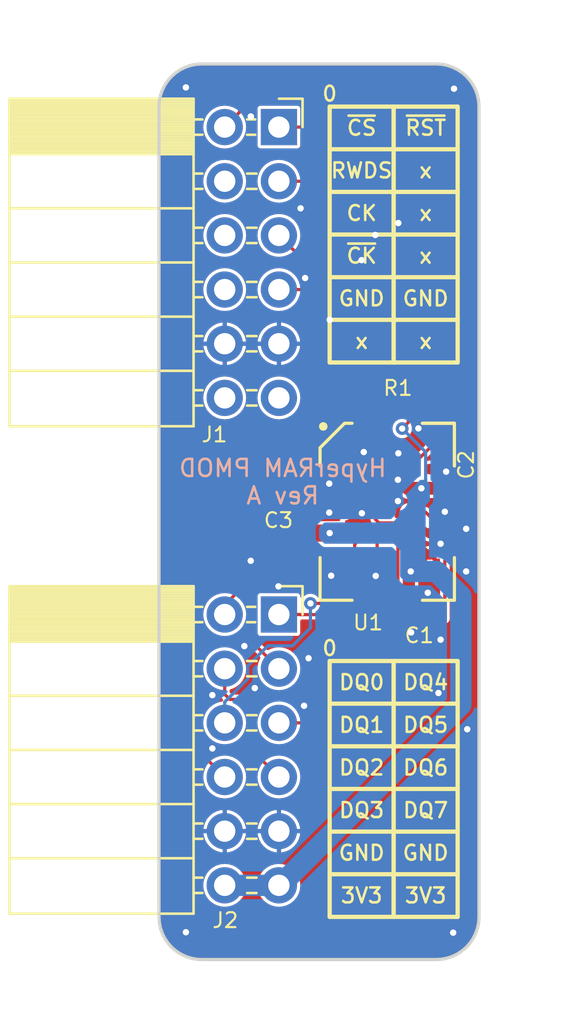
<source format=kicad_pcb>
(kicad_pcb (version 20221018) (generator pcbnew)
  (layers (0 "F.Cu" signal) (31 "B.Cu" signal) (34 "B.Paste" user) (35 "F.Paste" user) (36 "B.SilkS" user "B.Silkscreen") (37 "F.SilkS" user "F.Silkscreen") (38 "B.Mask" user) (39 "F.Mask" user) (44 "Edge.Cuts" user))
  (net 0 "")
  (net 1 "+3V3")
  (net 2 "GND")
  (net 3 "Net-(J1-Pad8)")
  (net 4 "/~{CS}")
  (net 5 "Net-(J1-Pad6)")
  (net 6 "/RWDS")
  (net 7 "Net-(J1-Pad4)")
  (net 8 "/CK")
  (net 9 "/~{RST}")
  (net 10 "/~{CK}")
  (net 11 "/DQ0")
  (net 12 "/DQ4")
  (net 13 "/DQ1")
  (net 14 "/DQ5")
  (net 15 "/DQ2")
  (net 16 "/DQ6")
  (net 17 "/DQ3")
  (net 18 "/DQ7")
  (footprint "Capacitor_SMD:C_0402_1005Metric" (layer "F.Cu") (at 143.45 78.5 -90)
    (fp_text reference "C2" (at -1.7 0.05 270) (layer "F.SilkS") (effects (font (size 0.7 0.7) (thickness 0.1))))
    (fp_text value "100n")
    (pad "1" smd roundrect (at -0.485 0 270) (size 0.59 0.64) (layers "F.Cu" "F.Paste" "F.Mask") (net 1 "+3V3"))
    (pad "2" smd roundrect (at 0.485 0 270) (size 0.59 0.64) (layers "F.Cu" "F.Paste" "F.Mask") (net 2 "GND"))
  )
  (footprint "Capacitor_SMD:C_0402_1005Metric" (layer "F.Cu") (at 135.95 79.5 90)
    (fp_text reference "C3" (at 0.1 -1.35 180) (layer "F.SilkS") (effects (font (size 0.7 0.7) (thickness 0.1))))
    (fp_text value "100n")
    (pad "1" smd roundrect (at -0.485 0 90) (size 0.59 0.64) (layers "F.Cu" "F.Paste" "F.Mask") (net 1 "+3V3"))
    (pad "2" smd roundrect (at 0.485 0 90) (size 0.59 0.64) (layers "F.Cu" "F.Paste" "F.Mask") (net 2 "GND"))
  )
  (footprint "Connector_PinSocket_2.54mm:PinSocket_2x06_P2.54mm_Horizontal" (layer "F.Cu") (at 134.62 60.96)
    (fp_text reference "J1" (at -3.02 14.42) (layer "F.SilkS") (effects (font (size 0.7 0.7) (thickness 0.1))))
    (fp_text value "2.54mm_2x6")
    (fp_line (start -12.63 -1.33) (end -12.63 14.03) (stroke (width 0.12)) (layer "F.SilkS"))
    (fp_line (start -12.63 -1.33) (end -4 -1.33) (stroke (width 0.12)) (layer "F.SilkS"))
    (fp_line (start -12.63 -1.21) (end -4 -1.21) (stroke (width 0.12)) (layer "F.SilkS"))
    (fp_line (start -12.63 -1.091905) (end -4 -1.091905) (stroke (width 0.12)) (layer "F.SilkS"))
    (fp_line (start -12.63 -0.97381) (end -4 -0.97381) (stroke (width 0.12)) (layer "F.SilkS"))
    (fp_line (start -12.63 -0.855715) (end -4 -0.855715) (stroke (width 0.12)) (layer "F.SilkS"))
    (fp_line (start -12.63 -0.73762) (end -4 -0.73762) (stroke (width 0.12)) (layer "F.SilkS"))
    (fp_line (start -12.63 -0.619525) (end -4 -0.619525) (stroke (width 0.12)) (layer "F.SilkS"))
    (fp_line (start -12.63 -0.50143) (end -4 -0.50143) (stroke (width 0.12)) (layer "F.SilkS"))
    (fp_line (start -12.63 -0.383335) (end -4 -0.383335) (stroke (width 0.12)) (layer "F.SilkS"))
    (fp_line (start -12.63 -0.26524) (end -4 -0.26524) (stroke (width 0.12)) (layer "F.SilkS"))
    (fp_line (start -12.63 -0.147145) (end -4 -0.147145) (stroke (width 0.12)) (layer "F.SilkS"))
    (fp_line (start -12.63 -0.02905) (end -4 -0.02905) (stroke (width 0.12)) (layer "F.SilkS"))
    (fp_line (start -12.63 0.089045) (end -4 0.089045) (stroke (width 0.12)) (layer "F.SilkS"))
    (fp_line (start -12.63 0.20714) (end -4 0.20714) (stroke (width 0.12)) (layer "F.SilkS"))
    (fp_line (start -12.63 0.325235) (end -4 0.325235) (stroke (width 0.12)) (layer "F.SilkS"))
    (fp_line (start -12.63 0.44333) (end -4 0.44333) (stroke (width 0.12)) (layer "F.SilkS"))
    (fp_line (start -12.63 0.561425) (end -4 0.561425) (stroke (width 0.12)) (layer "F.SilkS"))
    (fp_line (start -12.63 0.67952) (end -4 0.67952) (stroke (width 0.12)) (layer "F.SilkS"))
    (fp_line (start -12.63 0.797615) (end -4 0.797615) (stroke (width 0.12)) (layer "F.SilkS"))
    (fp_line (start -12.63 0.91571) (end -4 0.91571) (stroke (width 0.12)) (layer "F.SilkS"))
    (fp_line (start -12.63 1.033805) (end -4 1.033805) (stroke (width 0.12)) (layer "F.SilkS"))
    (fp_line (start -12.63 1.1519) (end -4 1.1519) (stroke (width 0.12)) (layer "F.SilkS"))
    (fp_line (start -12.63 1.27) (end -4 1.27) (stroke (width 0.12)) (layer "F.SilkS"))
    (fp_line (start -12.63 3.81) (end -4 3.81) (stroke (width 0.12)) (layer "F.SilkS"))
    (fp_line (start -12.63 6.35) (end -4 6.35) (stroke (width 0.12)) (layer "F.SilkS"))
    (fp_line (start -12.63 8.89) (end -4 8.89) (stroke (width 0.12)) (layer "F.SilkS"))
    (fp_line (start -12.63 11.43) (end -4 11.43) (stroke (width 0.12)) (layer "F.SilkS"))
    (fp_line (start -12.63 14.03) (end -4 14.03) (stroke (width 0.12)) (layer "F.SilkS"))
    (fp_line (start -4 -1.33) (end -4 14.03) (stroke (width 0.12)) (layer "F.SilkS"))
    (fp_line (start -4 -0.36) (end -3.59 -0.36) (stroke (width 0.12)) (layer "F.SilkS"))
    (fp_line (start -4 0.36) (end -3.59 0.36) (stroke (width 0.12)) (layer "F.SilkS"))
    (fp_line (start -4 2.18) (end -3.59 2.18) (stroke (width 0.12)) (layer "F.SilkS"))
    (fp_line (start -4 2.9) (end -3.59 2.9) (stroke (width 0.12)) (layer "F.SilkS"))
    (fp_line (start -4 4.72) (end -3.59 4.72) (stroke (width 0.12)) (layer "F.SilkS"))
    (fp_line (start -4 5.44) (end -3.59 5.44) (stroke (width 0.12)) (layer "F.SilkS"))
    (fp_line (start -4 7.26) (end -3.59 7.26) (stroke (width 0.12)) (layer "F.SilkS"))
    (fp_line (start -4 7.98) (end -3.59 7.98) (stroke (width 0.12)) (layer "F.SilkS"))
    (fp_line (start -4 9.8) (end -3.59 9.8) (stroke (width 0.12)) (layer "F.SilkS"))
    (fp_line (start -4 10.52) (end -3.59 10.52) (stroke (width 0.12)) (layer "F.SilkS"))
    (fp_line (start -4 12.34) (end -3.59 12.34) (stroke (width 0.12)) (layer "F.SilkS"))
    (fp_line (start -4 13.06) (end -3.59 13.06) (stroke (width 0.12)) (layer "F.SilkS"))
    (fp_line (start -1.49 -0.36) (end -1.11 -0.36) (stroke (width 0.12)) (layer "F.SilkS"))
    (fp_line (start -1.49 0.36) (end -1.11 0.36) (stroke (width 0.12)) (layer "F.SilkS"))
    (fp_line (start -1.49 2.18) (end -1.05 2.18) (stroke (width 0.12)) (layer "F.SilkS"))
    (fp_line (start -1.49 2.9) (end -1.05 2.9) (stroke (width 0.12)) (layer "F.SilkS"))
    (fp_line (start -1.49 4.72) (end -1.05 4.72) (stroke (width 0.12)) (layer "F.SilkS"))
    (fp_line (start -1.49 5.44) (end -1.05 5.44) (stroke (width 0.12)) (layer "F.SilkS"))
    (fp_line (start -1.49 7.26) (end -1.05 7.26) (stroke (width 0.12)) (layer "F.SilkS"))
    (fp_line (start -1.49 7.98) (end -1.05 7.98) (stroke (width 0.12)) (layer "F.SilkS"))
    (fp_line (start -1.49 9.8) (end -1.05 9.8) (stroke (width 0.12)) (layer "F.SilkS"))
    (fp_line (start -1.49 10.52) (end -1.05 10.52) (stroke (width 0.12)) (layer "F.SilkS"))
    (fp_line (start -1.49 12.34) (end -1.05 12.34) (stroke (width 0.12)) (layer "F.SilkS"))
    (fp_line (start -1.49 13.06) (end -1.05 13.06) (stroke (width 0.12)) (layer "F.SilkS"))
    (fp_line (start 0 -1.33) (end 1.11 -1.33) (stroke (width 0.12)) (layer "F.SilkS"))
    (fp_line (start 1.11 -1.33) (end 1.11 0) (stroke (width 0.12)) (layer "F.SilkS"))
    (pad "1" thru_hole rect (at 0 0) (size 1.7 1.7) (drill 1) (layers "*.Cu" "*.Mask") (net 4 "/~{CS}"))
    (pad "2" thru_hole oval (at -2.54 0) (size 1.7 1.7) (drill 1) (layers "*.Cu" "*.Mask") (net 9 "/~{RST}"))
    (pad "3" thru_hole oval (at 0 2.54) (size 1.7 1.7) (drill 1) (layers "*.Cu" "*.Mask") (net 6 "/RWDS"))
    (pad "4" thru_hole oval (at -2.54 2.54) (size 1.7 1.7) (drill 1) (layers "*.Cu" "*.Mask") (net 7 "Net-(J1-Pad4)"))
    (pad "5" thru_hole oval (at 0 5.08) (size 1.7 1.7) (drill 1) (layers "*.Cu" "*.Mask") (net 8 "/CK"))
    (pad "6" thru_hole oval (at -2.54 5.08) (size 1.7 1.7) (drill 1) (layers "*.Cu" "*.Mask") (net 5 "Net-(J1-Pad6)"))
    (pad "7" thru_hole oval (at 0 7.62) (size 1.7 1.7) (drill 1) (layers "*.Cu" "*.Mask") (net 10 "/~{CK}"))
    (pad "8" thru_hole oval (at -2.54 7.62) (size 1.7 1.7) (drill 1) (layers "*.Cu" "*.Mask") (net 3 "Net-(J1-Pad8)"))
    (pad "9" thru_hole oval (at 0 10.16) (size 1.7 1.7) (drill 1) (layers "*.Cu" "*.Mask") (net 2 "GND"))
    (pad "10" thru_hole oval (at -2.54 10.16) (size 1.7 1.7) (drill 1) (layers "*.Cu" "*.Mask") (net 2 "GND"))
    (pad "11" thru_hole oval (at 0 12.7) (size 1.7 1.7) (drill 1) (layers "*.Cu" "*.Mask") (net 1 "+3V3"))
    (pad "12" thru_hole oval (at -2.54 12.7) (size 1.7 1.7) (drill 1) (layers "*.Cu" "*.Mask") (net 1 "+3V3"))
  )
  (footprint "Connector_PinSocket_2.54mm:PinSocket_2x06_P2.54mm_Horizontal" (layer "F.Cu") (at 134.62 83.82)
    (fp_text reference "J2" (at -2.51 14.34) (layer "F.SilkS") (effects (font (size 0.7 0.7) (thickness 0.1))))
    (fp_text value "2.54mm_2x6")
    (fp_line (start -12.63 -1.33) (end -12.63 14.03) (stroke (width 0.12)) (layer "F.SilkS"))
    (fp_line (start -12.63 -1.33) (end -4 -1.33) (stroke (width 0.12)) (layer "F.SilkS"))
    (fp_line (start -12.63 -1.21) (end -4 -1.21) (stroke (width 0.12)) (layer "F.SilkS"))
    (fp_line (start -12.63 -1.091905) (end -4 -1.091905) (stroke (width 0.12)) (layer "F.SilkS"))
    (fp_line (start -12.63 -0.97381) (end -4 -0.97381) (stroke (width 0.12)) (layer "F.SilkS"))
    (fp_line (start -12.63 -0.855715) (end -4 -0.855715) (stroke (width 0.12)) (layer "F.SilkS"))
    (fp_line (start -12.63 -0.73762) (end -4 -0.73762) (stroke (width 0.12)) (layer "F.SilkS"))
    (fp_line (start -12.63 -0.619525) (end -4 -0.619525) (stroke (width 0.12)) (layer "F.SilkS"))
    (fp_line (start -12.63 -0.50143) (end -4 -0.50143) (stroke (width 0.12)) (layer "F.SilkS"))
    (fp_line (start -12.63 -0.383335) (end -4 -0.383335) (stroke (width 0.12)) (layer "F.SilkS"))
    (fp_line (start -12.63 -0.26524) (end -4 -0.26524) (stroke (width 0.12)) (layer "F.SilkS"))
    (fp_line (start -12.63 -0.147145) (end -4 -0.147145) (stroke (width 0.12)) (layer "F.SilkS"))
    (fp_line (start -12.63 -0.02905) (end -4 -0.02905) (stroke (width 0.12)) (layer "F.SilkS"))
    (fp_line (start -12.63 0.089045) (end -4 0.089045) (stroke (width 0.12)) (layer "F.SilkS"))
    (fp_line (start -12.63 0.20714) (end -4 0.20714) (stroke (width 0.12)) (layer "F.SilkS"))
    (fp_line (start -12.63 0.325235) (end -4 0.325235) (stroke (width 0.12)) (layer "F.SilkS"))
    (fp_line (start -12.63 0.44333) (end -4 0.44333) (stroke (width 0.12)) (layer "F.SilkS"))
    (fp_line (start -12.63 0.561425) (end -4 0.561425) (stroke (width 0.12)) (layer "F.SilkS"))
    (fp_line (start -12.63 0.67952) (end -4 0.67952) (stroke (width 0.12)) (layer "F.SilkS"))
    (fp_line (start -12.63 0.797615) (end -4 0.797615) (stroke (width 0.12)) (layer "F.SilkS"))
    (fp_line (start -12.63 0.91571) (end -4 0.91571) (stroke (width 0.12)) (layer "F.SilkS"))
    (fp_line (start -12.63 1.033805) (end -4 1.033805) (stroke (width 0.12)) (layer "F.SilkS"))
    (fp_line (start -12.63 1.1519) (end -4 1.1519) (stroke (width 0.12)) (layer "F.SilkS"))
    (fp_line (start -12.63 1.27) (end -4 1.27) (stroke (width 0.12)) (layer "F.SilkS"))
    (fp_line (start -12.63 3.81) (end -4 3.81) (stroke (width 0.12)) (layer "F.SilkS"))
    (fp_line (start -12.63 6.35) (end -4 6.35) (stroke (width 0.12)) (layer "F.SilkS"))
    (fp_line (start -12.63 8.89) (end -4 8.89) (stroke (width 0.12)) (layer "F.SilkS"))
    (fp_line (start -12.63 11.43) (end -4 11.43) (stroke (width 0.12)) (layer "F.SilkS"))
    (fp_line (start -12.63 14.03) (end -4 14.03) (stroke (width 0.12)) (layer "F.SilkS"))
    (fp_line (start -4 -1.33) (end -4 14.03) (stroke (width 0.12)) (layer "F.SilkS"))
    (fp_line (start -4 -0.36) (end -3.59 -0.36) (stroke (width 0.12)) (layer "F.SilkS"))
    (fp_line (start -4 0.36) (end -3.59 0.36) (stroke (width 0.12)) (layer "F.SilkS"))
    (fp_line (start -4 2.18) (end -3.59 2.18) (stroke (width 0.12)) (layer "F.SilkS"))
    (fp_line (start -4 2.9) (end -3.59 2.9) (stroke (width 0.12)) (layer "F.SilkS"))
    (fp_line (start -4 4.72) (end -3.59 4.72) (stroke (width 0.12)) (layer "F.SilkS"))
    (fp_line (start -4 5.44) (end -3.59 5.44) (stroke (width 0.12)) (layer "F.SilkS"))
    (fp_line (start -4 7.26) (end -3.59 7.26) (stroke (width 0.12)) (layer "F.SilkS"))
    (fp_line (start -4 7.98) (end -3.59 7.98) (stroke (width 0.12)) (layer "F.SilkS"))
    (fp_line (start -4 9.8) (end -3.59 9.8) (stroke (width 0.12)) (layer "F.SilkS"))
    (fp_line (start -4 10.52) (end -3.59 10.52) (stroke (width 0.12)) (layer "F.SilkS"))
    (fp_line (start -4 12.34) (end -3.59 12.34) (stroke (width 0.12)) (layer "F.SilkS"))
    (fp_line (start -4 13.06) (end -3.59 13.06) (stroke (width 0.12)) (layer "F.SilkS"))
    (fp_line (start -1.49 -0.36) (end -1.11 -0.36) (stroke (width 0.12)) (layer "F.SilkS"))
    (fp_line (start -1.49 0.36) (end -1.11 0.36) (stroke (width 0.12)) (layer "F.SilkS"))
    (fp_line (start -1.49 2.18) (end -1.05 2.18) (stroke (width 0.12)) (layer "F.SilkS"))
    (fp_line (start -1.49 2.9) (end -1.05 2.9) (stroke (width 0.12)) (layer "F.SilkS"))
    (fp_line (start -1.49 4.72) (end -1.05 4.72) (stroke (width 0.12)) (layer "F.SilkS"))
    (fp_line (start -1.49 5.44) (end -1.05 5.44) (stroke (width 0.12)) (layer "F.SilkS"))
    (fp_line (start -1.49 7.26) (end -1.05 7.26) (stroke (width 0.12)) (layer "F.SilkS"))
    (fp_line (start -1.49 7.98) (end -1.05 7.98) (stroke (width 0.12)) (layer "F.SilkS"))
    (fp_line (start -1.49 9.8) (end -1.05 9.8) (stroke (width 0.12)) (layer "F.SilkS"))
    (fp_line (start -1.49 10.52) (end -1.05 10.52) (stroke (width 0.12)) (layer "F.SilkS"))
    (fp_line (start -1.49 12.34) (end -1.05 12.34) (stroke (width 0.12)) (layer "F.SilkS"))
    (fp_line (start -1.49 13.06) (end -1.05 13.06) (stroke (width 0.12)) (layer "F.SilkS"))
    (fp_line (start 0 -1.33) (end 1.11 -1.33) (stroke (width 0.12)) (layer "F.SilkS"))
    (fp_line (start 1.11 -1.33) (end 1.11 0) (stroke (width 0.12)) (layer "F.SilkS"))
    (pad "1" thru_hole rect (at 0 0) (size 1.7 1.7) (drill 1) (layers "*.Cu" "*.Mask") (net 11 "/DQ0"))
    (pad "2" thru_hole oval (at -2.54 0) (size 1.7 1.7) (drill 1) (layers "*.Cu" "*.Mask") (net 12 "/DQ4"))
    (pad "3" thru_hole oval (at 0 2.54) (size 1.7 1.7) (drill 1) (layers "*.Cu" "*.Mask") (net 13 "/DQ1"))
    (pad "4" thru_hole oval (at -2.54 2.54) (size 1.7 1.7) (drill 1) (layers "*.Cu" "*.Mask") (net 14 "/DQ5"))
    (pad "5" thru_hole oval (at 0 5.08) (size 1.7 1.7) (drill 1) (layers "*.Cu" "*.Mask") (net 15 "/DQ2"))
    (pad "6" thru_hole oval (at -2.54 5.08) (size 1.7 1.7) (drill 1) (layers "*.Cu" "*.Mask") (net 16 "/DQ6"))
    (pad "7" thru_hole oval (at 0 7.62) (size 1.7 1.7) (drill 1) (layers "*.Cu" "*.Mask") (net 17 "/DQ3"))
    (pad "8" thru_hole oval (at -2.54 7.62) (size 1.7 1.7) (drill 1) (layers "*.Cu" "*.Mask") (net 18 "/DQ7"))
    (pad "9" thru_hole oval (at 0 10.16) (size 1.7 1.7) (drill 1) (layers "*.Cu" "*.Mask") (net 2 "GND"))
    (pad "10" thru_hole oval (at -2.54 10.16) (size 1.7 1.7) (drill 1) (layers "*.Cu" "*.Mask") (net 2 "GND"))
    (pad "11" thru_hole oval (at 0 12.7) (size 1.7 1.7) (drill 1) (layers "*.Cu" "*.Mask") (net 1 "+3V3"))
    (pad "12" thru_hole oval (at -2.54 12.7) (size 1.7 1.7) (drill 1) (layers "*.Cu" "*.Mask") (net 1 "+3V3"))
  )
  (footprint "Resistor_SMD:R_0402_1005Metric" (layer "F.Cu") (at 140.2 74.2 180)
    (fp_text reference "R1" (at 0 1 180) (layer "F.SilkS") (effects (font (size 0.7 0.7) (thickness 0.1))))
    (fp_text value "4k7")
    (pad "1" smd roundrect (at -0.485 0 180) (size 0.59 0.64) (layers "F.Cu" "F.Paste" "F.Mask") (net 1 "+3V3"))
    (pad "2" smd roundrect (at 0.485 0 180) (size 0.59 0.64) (layers "F.Cu" "F.Paste" "F.Mask") (net 4 "/~{CS}"))
  )
  (footprint "picodvi:S70KS128" (layer "F.Cu") (at 139.7 79)
    (fp_text reference "U1" (at -0.9 5.2) (layer "F.SilkS") (effects (font (size 0.7 0.7) (thickness 0.1))))
    (fp_text value "S70KS128")
    (fp_line (start -3.15 -3) (end -3.15 -2.15) (stroke (width 0.15)) (layer "F.SilkS"))
    (fp_line (start -3.15 4.15) (end -3.15 2.15) (stroke (width 0.15)) (layer "F.SilkS"))
    (fp_line (start -2 -4.15) (end -3.15 -3) (stroke (width 0.15)) (layer "F.SilkS"))
    (fp_line (start -1.65 -4.15) (end -2 -4.15) (stroke (width 0.15)) (layer "F.SilkS"))
    (fp_line (start -1.65 4.15) (end -3.15 4.15) (stroke (width 0.15)) (layer "F.SilkS"))
    (fp_line (start 1.65 -4.15) (end 3.15 -4.15) (stroke (width 0.15)) (layer "F.SilkS"))
    (fp_line (start 1.65 -4.15) (end 3.15 -4.15) (stroke (width 0.15)) (layer "F.SilkS"))
    (fp_line (start 1.65 -4.15) (end 3.15 -4.15) (stroke (width 0.15)) (layer "F.SilkS"))
    (fp_line (start 1.65 4.15) (end 3.15 4.15) (stroke (width 0.15)) (layer "F.SilkS"))
    (fp_line (start 3.15 -4.15) (end 3.15 -2.15) (stroke (width 0.15)) (layer "F.SilkS"))
    (fp_line (start 3.15 -4.15) (end 3.15 -2.15) (stroke (width 0.15)) (layer "F.SilkS"))
    (fp_line (start 3.15 -4.15) (end 3.15 -2.15) (stroke (width 0.15)) (layer "F.SilkS"))
    (fp_line (start 3.15 4.15) (end 3.15 2.15) (stroke (width 0.15)) (layer "F.SilkS"))
    (fp_circle (center -3 -4) (end -3 -3.9) (stroke (width 0.2)) (fill none) (layer "F.SilkS"))
    (pad "A2" smd circle (at -1 -2) (size 0.5 0.5) (layers "F.Cu" "F.Paste" "F.Mask"))
    (pad "A3" smd circle (at 0 -2) (size 0.5 0.5) (layers "F.Cu" "F.Paste" "F.Mask") (net 4 "/~{CS}"))
    (pad "A4" smd circle (at 1 -2) (size 0.5 0.5) (layers "F.Cu" "F.Paste" "F.Mask") (net 9 "/~{RST}"))
    (pad "A5" smd circle (at 2 -2) (size 0.5 0.5) (layers "F.Cu" "F.Paste" "F.Mask"))
    (pad "B1" smd circle (at -2 -1) (size 0.5 0.5) (layers "F.Cu" "F.Paste" "F.Mask") (net 10 "/~{CK}"))
    (pad "B2" smd circle (at -1 -1) (size 0.5 0.5) (layers "F.Cu" "F.Paste" "F.Mask") (net 8 "/CK"))
    (pad "B3" smd circle (at 0 -1) (size 0.5 0.5) (layers "F.Cu" "F.Paste" "F.Mask") (net 2 "GND"))
    (pad "B4" smd circle (at 1 -1) (size 0.5 0.5) (layers "F.Cu" "F.Paste" "F.Mask") (net 1 "+3V3"))
    (pad "C1" smd circle (at -2 0) (size 0.5 0.5) (layers "F.Cu" "F.Paste" "F.Mask") (net 2 "GND"))
    (pad "C3" smd circle (at 0 0) (size 0.5 0.5) (layers "F.Cu" "F.Paste" "F.Mask") (net 6 "/RWDS"))
    (pad "C4" smd circle (at 1 0) (size 0.5 0.5) (layers "F.Cu" "F.Paste" "F.Mask") (net 15 "/DQ2"))
    (pad "D1" smd circle (at -2 1) (size 0.5 0.5) (layers "F.Cu" "F.Paste" "F.Mask") (net 1 "+3V3"))
    (pad "D2" smd circle (at -1 1) (size 0.5 0.5) (layers "F.Cu" "F.Paste" "F.Mask") (net 13 "/DQ1"))
    (pad "D3" smd circle (at 0 1) (size 0.5 0.5) (layers "F.Cu" "F.Paste" "F.Mask") (net 11 "/DQ0"))
    (pad "D4" smd circle (at 1 1) (size 0.5 0.5) (layers "F.Cu" "F.Paste" "F.Mask") (net 17 "/DQ3"))
    (pad "D5" smd circle (at 2 1) (size 0.5 0.5) (layers "F.Cu" "F.Paste" "F.Mask") (net 12 "/DQ4"))
    (pad "E1" smd circle (at -2 2) (size 0.5 0.5) (layers "F.Cu" "F.Paste" "F.Mask") (net 18 "/DQ7"))
    (pad "E2" smd circle (at -1 2) (size 0.5 0.5) (layers "F.Cu" "F.Paste" "F.Mask") (net 16 "/DQ6"))
    (pad "E3" smd circle (at 0 2) (size 0.5 0.5) (layers "F.Cu" "F.Paste" "F.Mask") (net 14 "/DQ5"))
    (pad "E4" smd circle (at 1 2) (size 0.5 0.5) (layers "F.Cu" "F.Paste" "F.Mask") (net 1 "+3V3"))
    (pad "E5" smd circle (at 2 2) (size 0.5 0.5) (layers "F.Cu" "F.Paste" "F.Mask") (net 2 "GND"))
  )
  (footprint "Capacitor_SMD:C_0402_1005Metric" (layer "F.Cu") (at 141.15 83.75)
    (fp_text reference "C1" (at 0.05 1.05) (layer "F.SilkS") (effects (font (size 0.7 0.7) (thickness 0.1))))
    (fp_text value "100n")
    (pad "1" smd roundrect (at -0.485 0) (size 0.59 0.64) (layers "F.Cu" "F.Paste" "F.Mask") (net 1 "+3V3"))
    (pad "2" smd roundrect (at 0.485 0) (size 0.59 0.64) (layers "F.Cu" "F.Paste" "F.Mask") (net 2 "GND"))
  )
  (gr_line (start 140 90) (end 143 90) (stroke (width 0.2)) (layer "F.SilkS"))
  (gr_line (start 140 94) (end 143 94) (stroke (width 0.2)) (layer "F.SilkS"))
  (gr_line (start 140 88) (end 143 88) (stroke (width 0.2)) (layer "F.SilkS"))
  (gr_line (start 143 86) (end 143 98) (stroke (width 0.2)) (layer "F.SilkS"))
  (gr_line (start 140 96) (end 143 96) (stroke (width 0.2)) (layer "F.SilkS"))
  (gr_line (start 140 98) (end 140 86) (stroke (width 0.2)) (layer "F.SilkS"))
  (gr_line (start 143 98) (end 140 98) (stroke (width 0.2)) (layer "F.SilkS"))
  (gr_line (start 140 86) (end 143 86) (stroke (width 0.2)) (layer "F.SilkS"))
  (gr_line (start 143 92) (end 140 92) (stroke (width 0.2)) (layer "F.SilkS"))
  (gr_line (start 140 60) (end 143 60) (stroke (width 0.2)) (layer "F.SilkS"))
  (gr_line (start 137 64) (end 140 64) (stroke (width 0.2)) (layer "F.SilkS"))
  (gr_line (start 140 70) (end 143 70) (stroke (width 0.2)) (layer "F.SilkS"))
  (gr_line (start 143 72) (end 140 72) (stroke (width 0.2)) (layer "F.SilkS"))
  (gr_line (start 143 66) (end 140 66) (stroke (width 0.2)) (layer "F.SilkS"))
  (gr_line (start 140 64) (end 143 64) (stroke (width 0.2)) (layer "F.SilkS"))
  (gr_line (start 137 68) (end 140 68) (stroke (width 0.2)) (layer "F.SilkS"))
  (gr_line (start 137 62) (end 140 62) (stroke (width 0.2)) (layer "F.SilkS"))
  (gr_line (start 140 62) (end 143 62) (stroke (width 0.2)) (layer "F.SilkS"))
  (gr_line (start 143 60) (end 143 72) (stroke (width 0.2)) (layer "F.SilkS"))
  (gr_line (start 140 60) (end 140 72) (stroke (width 0.2)) (layer "F.SilkS"))
  (gr_line (start 137 70) (end 140 70) (stroke (width 0.2)) (layer "F.SilkS"))
  (gr_line (start 137 72) (end 137 60) (stroke (width 0.2)) (layer "F.SilkS"))
  (gr_line (start 140 68) (end 143 68) (stroke (width 0.2)) (layer "F.SilkS"))
  (gr_line (start 140 72) (end 137 72) (stroke (width 0.2)) (layer "F.SilkS"))
  (gr_line (start 137 60) (end 140 60) (stroke (width 0.2)) (layer "F.SilkS"))
  (gr_line (start 140 66) (end 137 66) (stroke (width 0.2)) (layer "F.SilkS"))
  (gr_line (start 140 72) (end 140 60) (stroke (width 0.2)) (layer "F.SilkS"))
  (gr_line (start 137 90) (end 140 90) (stroke (width 0.2)) (layer "F.SilkS"))
  (gr_line (start 137 88) (end 140 88) (stroke (width 0.2)) (layer "F.SilkS"))
  (gr_line (start 140 92) (end 137 92) (stroke (width 0.2)) (layer "F.SilkS"))
  (gr_line (start 137 98) (end 137 86) (stroke (width 0.2)) (layer "F.SilkS"))
  (gr_line (start 137 94) (end 140 94) (stroke (width 0.2)) (layer "F.SilkS"))
  (gr_line (start 137 96) (end 140 96) (stroke (width 0.2)) (layer "F.SilkS"))
  (gr_line (start 140 86) (end 140 98) (stroke (width 0.2)) (layer "F.SilkS"))
  (gr_line (start 140 98) (end 137 98) (stroke (width 0.2)) (layer "F.SilkS"))
  (gr_line (start 137 86) (end 140 86) (stroke (width 0.2)) (layer "F.SilkS"))
  (gr_line (start 142 100) (end 131 100) (stroke (width 0.15)) (layer "Edge.Cuts"))
  (gr_line (start 131 58) (end 142 58) (stroke (width 0.15)) (layer "Edge.Cuts"))
  (gr_arc (start 129 60) (mid 129.585786 58.585786) (end 131 58) (stroke (width 0.15)) (layer "Edge.Cuts"))
  (gr_arc (start 144 98) (mid 143.414214 99.414214) (end 142 100) (stroke (width 0.15)) (layer "Edge.Cuts"))
  (gr_line (start 144 60) (end 144 98) (stroke (width 0.15)) (layer "Edge.Cuts"))
  (gr_arc (start 142 58) (mid 143.414214 58.585786) (end 144 60) (stroke (width 0.15)) (layer "Edge.Cuts"))
  (gr_line (start 129 98) (end 129 60) (stroke (width 0.15)) (layer "Edge.Cuts"))
  (gr_arc (start 131 100) (mid 129.585786 99.414214) (end 129 98) (stroke (width 0.15)) (layer "Edge.Cuts"))
  (gr_text "HyperRAM PMOD\nRev A" (at 134.8 77.6) (layer "B.SilkS") (effects (font (size 0.8 0.8) (thickness 0.12)) (justify mirror)))
  (gr_text "DQ2" (at 138.5 91) (layer "F.SilkS") (effects (font (size 0.7 0.7) (thickness 0.12))))
  (gr_text "DQ3" (at 138.5 93) (layer "F.SilkS") (effects (font (size 0.7 0.7) (thickness 0.12))))
  (gr_text "GND" (at 138.5 95) (layer "F.SilkS") (effects (font (size 0.7 0.7) (thickness 0.12))))
  (gr_text "3V3" (at 138.5 97) (layer "F.SilkS") (effects (font (size 0.7 0.7) (thickness 0.12))))
  (gr_text "DQ0" (at 138.5 87) (layer "F.SilkS") (effects (font (size 0.7 0.7) (thickness 0.12))))
  (gr_text "DQ6" (at 141.5 91) (layer "F.SilkS") (effects (font (size 0.7 0.7) (thickness 0.12))))
  (gr_text "DQ5" (at 141.5 89) (layer "F.SilkS") (effects (font (size 0.7 0.7) (thickness 0.12))))
  (gr_text "3V3\n" (at 141.5 97) (layer "F.SilkS") (effects (font (size 0.7 0.7) (thickness 0.12))))
  (gr_text "DQ4" (at 141.5 87) (layer "F.SilkS") (effects (font (size 0.7 0.7) (thickness 0.12))))
  (gr_text "DQ7" (at 141.5 93) (layer "F.SilkS") (effects (font (size 0.7 0.7) (thickness 0.12))))
  (gr_text "GND" (at 141.5 95) (layer "F.SilkS") (effects (font (size 0.7 0.7) (thickness 0.12))))
  (gr_text "CK" (at 138.5 65) (layer "F.SilkS") (effects (font (size 0.7 0.7) (thickness 0.12))))
  (gr_text "RWDS" (at 138.5 63) (layer "F.SilkS") (effects (font (size 0.7 0.7) (thickness 0.12))))
  (gr_text "x" (at 141.5 63) (layer "F.SilkS") (effects (font (size 0.7 0.7) (thickness 0.12))))
  (gr_text "x" (at 141.5 67) (layer "F.SilkS") (effects (font (size 0.7 0.7) (thickness 0.12))))
  (gr_text "x" (at 138.5 71) (layer "F.SilkS") (effects (font (size 0.7 0.7) (thickness 0.12))))
  (gr_text "~{CS}" (at 138.5 61) (layer "F.SilkS") (effects (font (size 0.7 0.7) (thickness 0.12))))
  (gr_text "~{CK}" (at 138.5 67) (layer "F.SilkS") (effects (font (size 0.7 0.7) (thickness 0.12))))
  (gr_text "x" (at 141.5 71) (layer "F.SilkS") (effects (font (size 0.7 0.7) (thickness 0.12))))
  (gr_text "GND" (at 141.5 69) (layer "F.SilkS") (effects (font (size 0.7 0.7) (thickness 0.12))))
  (gr_text "x" (at 141.5 65) (layer "F.SilkS") (effects (font (size 0.7 0.7) (thickness 0.12))))
  (gr_text "GND" (at 138.5 69) (layer "F.SilkS") (effects (font (size 0.7 0.7) (thickness 0.12))))
  (gr_text "~{RST}\n" (at 141.5 61) (layer "F.SilkS") (effects (font (size 0.7 0.7) (thickness 0.12))))
  (gr_text "0" (at 137 85.4) (layer "F.SilkS") (effects (font (size 0.7 0.7) (thickness 0.12))))
  (gr_text "0" (at 137 59.4) (layer "F.SilkS") (effects (font (size 0.7 0.7) (thickness 0.12))))
  (gr_text "DQ1" (at 138.5 89) (layer "F.SilkS") (effects (font (size 0.7 0.7) (thickness 0.12))))
  (segment (start 140.685 74.2) (end 140.685 74.814996) (width 0.15) (layer "F.Cu") (net 1))
  (segment (start 140.685 74.814996) (end 140.399996 75.1) (width 0.15) (layer "F.Cu") (net 1))
  (via (at 140.8 81.8) (size 0.6) (drill 0.3) (layers "F.Cu" "B.Cu") (net 1))
  (via (at 137 80) (size 0.6) (drill 0.3) (layers "F.Cu" "B.Cu") (net 1))
  (via (at 140.399996 75.1) (size 0.6) (drill 0.3) (layers "F.Cu" "B.Cu") (net 1))
  (via (at 141.3 77.9) (size 0.6) (drill 0.3) (layers "F.Cu" "B.Cu") (net 1))
  (segment (start 132.08 96.52) (end 134.62 96.52) (width 1) (layer "B.Cu") (net 1))
  (segment (start 141.5 76.200004) (end 140.699995 75.399999) (width 0.15) (layer "B.Cu") (net 1))
  (segment (start 141.5 77.9) (end 141.5 76.200004) (width 0.15) (layer "B.Cu") (net 1))
  (segment (start 143.15 82.95) (end 142 81.8) (width 1) (layer "B.Cu") (net 1))
  (segment (start 134.62 96.52) (end 134.68 96.52) (width 1) (layer "B.Cu") (net 1))
  (segment (start 140.699995 75.399999) (end 140.399996 75.1) (width 0.15) (layer "B.Cu") (net 1))
  (segment (start 141.6 78) (end 141.5 77.9) (width 0.15) (layer "B.Cu") (net 1))
  (segment (start 134.68 96.52) (end 143.15 88.05) (width 1) (layer "B.Cu") (net 1))
  (segment (start 143.15 88.05) (end 143.15 82.95) (width 1) (layer "B.Cu") (net 1))
  (segment (start 142 81.8) (end 140.8 81.8) (width 1) (layer "B.Cu") (net 1))
  (segment (start 135.95 79.015) (end 137.685 79.015) (width 0.5) (layer "F.Cu") (net 2))
  (segment (start 137.7 79) (end 138.44 79) (width 0.3) (layer "F.Cu") (net 2))
  (segment (start 137.685 79.015) (end 137.7 79) (width 0.5) (layer "F.Cu") (net 2))
  (segment (start 138.44 79) (end 138.51 79.07) (width 0.3) (layer "F.Cu") (net 2))
  (via (at 143.4 79.8) (size 0.6) (drill 0.3) (layers "F.Cu" "B.Cu") (net 2))
  (via (at 142.4 79) (size 0.6) (drill 0.3) (layers "F.Cu" "B.Cu") (net 2))
  (via (at 140.2 77.5) (size 0.6) (drill 0.3) (layers "F.Cu" "B.Cu") (net 2))
  (via (at 140.2 78.5) (size 0.6) (drill 0.3) (layers "F.Cu" "B.Cu") (net 2))
  (via (at 135.8 88.1) (size 0.6) (drill 0.3) (layers "F.Cu" "B.Cu") (net 2))
  (via (at 131.5 90.1) (size 0.6) (drill 0.3) (layers "F.Cu" "B.Cu") (net 2))
  (via (at 131.5 87.6) (size 0.6) (drill 0.3) (layers "F.Cu" "B.Cu") (net 2))
  (via (at 133 85.3) (size 0.6) (drill 0.3) (layers "F.Cu" "B.Cu") (net 2))
  (via (at 140.82 84.66) (size 0.6) (drill 0.3) (layers "F.Cu" "B.Cu") (net 2))
  (via (at 136.98 79.04) (size 0.6) (drill 0.3) (layers "F.Cu" "B.Cu") (net 2))
  (via (at 138.6 76.2) (size 0.6) (drill 0.3) (layers "F.Cu" "B.Cu") (net 2))
  (via (at 136.98 77.68) (size 0.6) (drill 0.3) (layers "F.Cu" "B.Cu") (net 2))
  (via (at 140.22 76.26) (size 0.6) (drill 0.3) (layers "F.Cu" "B.Cu") (net 2))
  (via (at 140.22 65.46) (size 0.6) (drill 0.3) (layers "F.Cu" "B.Cu") (net 2))
  (via (at 139.14 66.02) (size 0.6) (drill 0.3) (layers "F.Cu" "B.Cu") (net 2))
  (via (at 135.85 68.04) (size 0.6) (drill 0.3) (layers "F.Cu" "B.Cu") (net 2))
  (via (at 133.31 60.47) (size 0.6) (drill 0.3) (layers "F.Cu" "B.Cu") (net 2))
  (via (at 133.3 60.46) (size 0.6) (drill 0.3) (layers "F.Cu" "B.Cu") (net 2))
  (via (at 134.6 82.5) (size 0.6) (drill 0.3) (layers "F.Cu" "B.Cu") (net 2))
  (via (at 137.07 82) (size 0.6) (drill 0.3) (layers "F.Cu" "B.Cu") (net 2))
  (via (at 139.16 82.01) (size 0.6) (drill 0.3) (layers "F.Cu" "B.Cu") (net 2))
  (via (at 136.01 85.87) (size 0.6) (drill 0.3) (layers "F.Cu" "B.Cu") (net 2))
  (via (at 135.636 64.77) (size 0.6) (drill 0.3) (layers "F.Cu" "B.Cu") (net 2))
  (via (at 143.45 89.2) (size 0.6) (drill 0.3) (layers "F.Cu" "B.Cu") (net 2))
  (via (at 142.1 87.5) (size 0.6) (drill 0.3) (layers "F.Cu" "B.Cu") (net 2))
  (via (at 142.79 98.74) (size 0.6) (drill 0.3) (layers "F.Cu" "B.Cu") (net 2))
  (via (at 130.26 98.72) (size 0.6) (drill 0.3) (layers "F.Cu" "B.Cu") (net 2))
  (via (at 130.26 59.1) (size 0.6) (drill 0.3) (layers "F.Cu" "B.Cu") (net 2))
  (via (at 142.83 59.16) (size 0.6) (drill 0.3) (layers "F.Cu" "B.Cu") (net 2))
  (via (at 142.46 77.12) (size 0.6) (drill 0.3) (layers "F.Cu" "B.Cu") (net 2))
  (via (at 138.51 79.07) (size 0.6) (drill 0.3) (layers "F.Cu" "B.Cu") (net 2))
  (via (at 138.5 67.2) (size 0.6) (drill 0.3) (layers "F.Cu" "B.Cu") (net 2))
  (via (at 137 70) (size 0.6) (drill 0.3) (layers "F.Cu" "B.Cu") (net 2))
  (via (at 133.3 81.3) (size 0.6) (drill 0.3) (layers "F.Cu" "B.Cu") (net 2))
  (via (at 141.16 75.09) (size 0.6) (drill 0.3) (layers "F.Cu" "B.Cu") (net 2))
  (via (at 142.2 80.5) (size 0.6) (drill 0.3) (layers "F.Cu" "B.Cu") (net 2))
  (via (at 143.4 81.8) (size 0.6) (drill 0.3) (layers "F.Cu" "B.Cu") (net 2))
  (via (at 142.2 85) (size 0.6) (drill 0.3) (layers "F.Cu" "B.Cu") (net 2))
  (via (at 141.6 82.8) (size 0.6) (drill 0.3) (layers "F.Cu" "B.Cu") (net 2))
  (via (at 133.49 87.27) (size 0.6) (drill 0.3) (layers "F.Cu" "B.Cu") (net 2))
  (segment (start 139.694999 76.512001) (end 139.694999 76.007999) (width 0.15) (layer "F.Cu") (net 4))
  (segment (start 139.7 64.7) (end 135.96 60.96) (width 0.15) (layer "F.Cu") (net 4))
  (segment (start 139.7 76.002998) (end 139.7 65.717002) (width 0.15) (layer "F.Cu") (net 4))
  (segment (start 139.7 65.717002) (end 139.694999 65.712001) (width 0.15) (layer "F.Cu") (net 4))
  (segment (start 139.7 65.202998) (end 139.7 64.7) (width 0.15) (layer "F.Cu") (net 4))
  (segment (start 139.7 76.517002) (end 139.694999 76.512001) (width 0.15) (layer "F.Cu") (net 4))
  (segment (start 139.7 77) (end 139.7 76.517002) (width 0.15) (layer "F.Cu") (net 4))
  (segment (start 139.694999 76.007999) (end 139.7 76.002998) (width 0.15) (layer "F.Cu") (net 4))
  (segment (start 135.96 60.96) (end 134.62 60.96) (width 0.15) (layer "F.Cu") (net 4))
  (segment (start 139.694999 65.712001) (end 139.694999 65.207999) (width 0.15) (layer "F.Cu") (net 4))
  (segment (start 139.694999 65.207999) (end 139.7 65.202998) (width 0.15) (layer "F.Cu") (net 4))
  (segment (start 139.175001 78.475001) (end 139.450001 78.750001) (width 0.15) (layer "F.Cu") (net 6))
  (segment (start 135.822081 63.5) (end 139.175001 66.85292) (width 0.15) (layer "F.Cu") (net 6))
  (segment (start 139.175001 66.85292) (end 139.175001 78.475001) (width 0.15) (layer "F.Cu") (net 6))
  (segment (start 134.62 63.5) (end 135.822081 63.5) (width 0.15) (layer "F.Cu") (net 6))
  (segment (start 139.450001 78.750001) (end 139.7 79) (width 0.15) (layer "F.Cu") (net 6))
  (segment (start 138 69.42) (end 138 77.3) (width 0.15) (layer "F.Cu") (net 8))
  (segment (start 138 77.3) (end 138.450001 77.750001) (width 0.15) (layer "F.Cu") (net 8))
  (segment (start 134.62 66.04) (end 138 69.42) (width 0.15) (layer "F.Cu") (net 8))
  (segment (start 138.450001 77.750001) (end 138.7 78) (width 0.15) (layer "F.Cu") (net 8))
  (segment (start 141.7 76) (end 140.7 77) (width 0.15) (layer "F.Cu") (net 9))
  (segment (start 133.047999 59.934999) (end 133.105001 59.934999) (width 0.15) (layer "F.Cu") (net 9))
  (segment (start 133.105001 59.934999) (end 133.155001 59.884999) (width 0.15) (layer "F.Cu") (net 9))
  (segment (start 133.155001 59.884999) (end 135.644999 59.884999) (width 0.15) (layer "F.Cu") (net 9))
  (segment (start 132.08 60.96) (end 132.774999 60.265001) (width 0.15) (layer "F.Cu") (net 9))
  (segment (start 141.7 65.94) (end 141.7 76) (width 0.15) (layer "F.Cu") (net 9))
  (segment (start 132.774999 60.207999) (end 133.047999 59.934999) (width 0.15) (layer "F.Cu") (net 9))
  (segment (start 132.774999 60.265001) (end 132.774999 60.207999) (width 0.15) (layer "F.Cu") (net 9))
  (segment (start 135.644999 59.884999) (end 141.7 65.94) (width 0.15) (layer "F.Cu") (net 9))
  (segment (start 134.62 68.58) (end 136.58 68.58) (width 0.15) (layer "F.Cu") (net 10))
  (segment (start 136.58 68.58) (end 137.7 69.7) (width 0.15) (layer "F.Cu") (net 10))
  (segment (start 137.7 69.7) (end 137.7 78) (width 0.15) (layer "F.Cu") (net 10))
  (segment (start 135.625002 83.825002) (end 135.62 83.82) (width 0.15) (layer "F.Cu") (net 11))
  (segment (start 135.62 83.82) (end 134.62 83.82) (width 0.15) (layer "F.Cu") (net 11))
  (segment (start 139.224999 81.178003) (end 136.578 83.825002) (width 0.15) (layer "F.Cu") (net 11))
  (segment (start 136.578 83.825002) (end 135.625002 83.825002) (width 0.15) (layer "F.Cu") (net 11))
  (segment (start 139.224999 80.475001) (end 139.224999 81.178003) (width 0.15) (layer "F.Cu") (net 11))
  (segment (start 139.7 80) (end 139.224999 80.475001) (width 0.15) (layer "F.Cu") (net 11))
  (segment (start 135.6232 78.49499) (end 138.72499 78.49499) (width 0.15) (layer "F.Cu") (net 12))
  (segment (start 141.224999 79.524999) (end 141.7 80) (width 0.15) (layer "F.Cu") (net 12))
  (segment (start 139.314999 79.524999) (end 141.224999 79.524999) (width 0.15) (layer "F.Cu") (net 12))
  (segment (start 132.08 83.82) (end 132.08 83.37) (width 0.15) (layer "F.Cu") (net 12))
  (segment (start 134.8 80.65) (end 134.8 79.31819) (width 0.15) (layer "F.Cu") (net 12))
  (segment (start 139.14 78.91) (end 139.14 79.35) (width 0.15) (layer "F.Cu") (net 12))
  (segment (start 139.14 79.35) (end 139.314999 79.524999) (width 0.15) (layer "F.Cu") (net 12))
  (segment (start 132.08 83.37) (end 134.8 80.65) (width 0.15) (layer "F.Cu") (net 12))
  (segment (start 134.8 79.31819) (end 135.6232 78.49499) (width 0.15) (layer "F.Cu") (net 12))
  (segment (start 138.72499 78.49499) (end 139.14 78.91) (width 0.15) (layer "F.Cu") (net 12))
  (segment (start 138.175001 80.524999) (end 138.175001 81.228001) (width 0.15) (layer "F.Cu") (net 13))
  (segment (start 133.770001 85.510001) (end 134.62 86.36) (width 0.15) (layer "F.Cu") (net 13))
  (segment (start 138.7 80) (end 138.175001 80.524999) (width 0.15) (layer "F.Cu") (net 13))
  (segment (start 138.175001 81.228001) (end 137.928001 81.475001) (width 0.15) (layer "F.Cu") (net 13))
  (segment (start 133.544999 85.284999) (end 133.770001 85.510001) (width 0.15) (layer "F.Cu") (net 13))
  (segment (start 133.544999 82.789999) (end 133.544999 85.284999) (width 0.15) (layer "F.Cu") (net 13))
  (segment (start 134.859997 81.475001) (end 133.544999 82.789999) (width 0.15) (layer "F.Cu") (net 13))
  (segment (start 137.928001 81.475001) (end 134.859997 81.475001) (width 0.15) (layer "F.Cu") (net 13))
  (segment (start 133.70472 87.8) (end 132.317919 87.8) (width 0.15) (layer "F.Cu") (net 14))
  (segment (start 139.7 81) (end 139.7 82.957002) (width 0.15) (layer "F.Cu") (net 14))
  (segment (start 134.04473 87.459989) (end 133.70472 87.8) (width 0.15) (layer "F.Cu") (net 14))
  (segment (start 132.317919 87.8) (end 132.08 87.562081) (width 0.15) (layer "F.Cu") (net 14))
  (segment (start 132.08 87.562081) (end 132.08 86.36) (width 0.15) (layer "F.Cu") (net 14))
  (segment (start 135.197013 87.459989) (end 134.04473 87.459989) (width 0.15) (layer "F.Cu") (net 14))
  (segment (start 139.7 82.957002) (end 135.197013 87.459989) (width 0.15) (layer "F.Cu") (net 14))
  (segment (start 140.7 79) (end 141.477002 79) (width 0.15) (layer "F.Cu") (net 15))
  (segment (start 142.725001 80.774999) (end 142.4 81.1) (width 0.15) (layer "F.Cu") (net 15))
  (segment (start 142.725001 80.247999) (end 142.725001 80.774999) (width 0.15) (layer "F.Cu") (net 15))
  (segment (start 137.51 88.9) (end 134.62 88.9) (width 0.15) (layer "F.Cu") (net 15))
  (segment (start 142.4 84.01) (end 137.51 88.9) (width 0.15) (layer "F.Cu") (net 15))
  (segment (start 142.4 81.1) (end 142.4 84.01) (width 0.15) (layer "F.Cu") (net 15))
  (segment (start 141.477002 79) (end 142.725001 80.247999) (width 0.15) (layer "F.Cu") (net 15))
  (segment (start 136.527281 83.3) (end 136.1 83.3) (width 0.15) (layer "F.Cu") (net 16))
  (segment (start 138.7 81) (end 138.7 81.127281) (width 0.15) (layer "F.Cu") (net 16))
  (segment (start 138.7 81.127281) (end 136.527281 83.3) (width 0.15) (layer "F.Cu") (net 16))
  (via (at 136.1 83.3) (size 0.6) (drill 0.3) (layers "F.Cu" "B.Cu") (net 16))
  (segment (start 133.155001 86.233997) (end 133.155001 86.844999) (width 0.15) (layer "B.Cu") (net 16))
  (segment (start 136.1 83.3) (end 136.1 84.445002) (width 0.15) (layer "B.Cu") (net 16))
  (segment (start 135.260003 85.284999) (end 134.103999 85.284999) (width 0.15) (layer "B.Cu") (net 16))
  (segment (start 134.103999 85.284999) (end 133.155001 86.233997) (width 0.15) (layer "B.Cu") (net 16))
  (segment (start 133.155001 86.844999) (end 132.08 87.92) (width 0.15) (layer "B.Cu") (net 16))
  (segment (start 136.1 84.445002) (end 135.260003 85.284999) (width 0.15) (layer "B.Cu") (net 16))
  (segment (start 132.08 87.92) (end 132.08 88.9) (width 0.15) (layer "B.Cu") (net 16))
  (segment (start 133.5 88.428998) (end 133.5 90.32) (width 0.15) (layer "F.Cu") (net 17))
  (segment (start 140.2 80.5) (end 140.2 82.881281) (width 0.15) (layer "F.Cu") (net 17))
  (segment (start 140.2 82.881281) (end 135.321281 87.76) (width 0.15) (layer "F.Cu") (net 17))
  (segment (start 135.321281 87.76) (end 134.168998 87.76) (width 0.15) (layer "F.Cu") (net 17))
  (segment (start 140.7 80) (end 140.2 80.5) (width 0.15) (layer "F.Cu") (net 17))
  (segment (start 133.770001 90.590001) (end 134.62 91.44) (width 0.15) (layer "F.Cu") (net 17))
  (segment (start 133.5 90.32) (end 133.770001 90.590001) (width 0.15) (layer "F.Cu") (net 17))
  (segment (start 134.168998 87.76) (end 133.5 88.428998) (width 0.15) (layer "F.Cu") (net 17))
  (segment (start 134.910719 81) (end 133.244988 82.665731) (width 0.15) (layer "F.Cu") (net 18))
  (segment (start 133.244988 82.665731) (end 133.244988 84.246014) (width 0.15) (layer "F.Cu") (net 18))
  (segment (start 131.409 85.05) (end 130.974999 85.484001) (width 0.15) (layer "F.Cu") (net 18))
  (segment (start 131.247999 90.625001) (end 131.265001 90.625001) (width 0.15) (layer "F.Cu") (net 18))
  (segment (start 131.265001 90.625001) (end 132.08 91.44) (width 0.15) (layer "F.Cu") (net 18))
  (segment (start 133.244988 84.246014) (end 132.441002 85.05) (width 0.15) (layer "F.Cu") (net 18))
  (segment (start 130.974999 85.484001) (end 130.974999 90.352001) (width 0.15) (layer "F.Cu") (net 18))
  (segment (start 130.974999 90.352001) (end 131.247999 90.625001) (width 0.15) (layer "F.Cu") (net 18))
  (segment (start 132.441002 85.05) (end 131.409 85.05) (width 0.15) (layer "F.Cu") (net 18))
  (segment (start 137.7 81) (end 134.910719 81) (width 0.15) (layer "F.Cu") (net 18))
  (zone (net 1) (net_name "+3V3") (layer "F.Cu") (priority 1) (connect_pads yes (clearance 0.15)) (min_thickness 0.15) (fill yes (thermal_gap 0.15) (thermal_bridge_width 0.2))
    (polygon (pts (xy 135.6 80.2) (xy 135.6 79.8) (xy 135.8 79.6) (xy 137.6 79.6) (xy 137.8 79.8) (xy 137.8 80.2) (xy 137.6 80.4) (xy 135.8 80.4)))
  )
  (zone (net 1) (net_name "+3V3") (layer "F.Cu") (priority 1) (connect_pads yes (clearance 0.15)) (min_thickness 0.15) (fill yes (thermal_gap 0.15) (thermal_bridge_width 0.2))
    (polygon (pts (xy 140.4 77.6) (xy 144 77.6) (xy 144 78.4) (xy 143 78.4) (xy 142.8 78.2) (xy 140.4 78.2)))
  )
  (zone (net 1) (net_name "+3V3") (layer "F.Cu") (priority 1) (connect_pads yes (clearance 0.15)) (min_thickness 0.15) (fill yes (thermal_gap 0.15) (thermal_bridge_width 0.2))
    (polygon (pts (xy 140.2 80.6) (xy 140.8 80.6) (xy 141 80.8) (xy 141 84) (xy 140.8 84.2) (xy 140.4 84.2) (xy 140.2 84) (xy 140.2 83.4) (xy 140.2 83.2)))
  )
  (zone (net 2) (net_name "GND") (layer "F.Cu") (connect_pads (clearance 0.15)) (min_thickness 0.15) (fill yes (thermal_gap 0.15) (thermal_bridge_width 0.2))
    (polygon (pts (xy 128 56) (xy 147 56) (xy 147 102) (xy 128 102)))
  )
  (zone (net 1) (net_name "+3V3") (layer "B.Cu") (priority 1) (connect_pads yes (clearance 0.15)) (min_thickness 0.15) (fill yes (thermal_gap 0.15) (thermal_bridge_width 0.2))
    (polygon (pts (xy 141.25 77.5) (xy 141.5 77.5) (xy 141.7 77.7) (xy 141.7 78.5) (xy 141.5 78.7) (xy 141.5 81) (xy 141.5 82.1) (xy 141.3 82.3) (xy 140.55 82.3) (xy 140.3 82.05) (xy 140.3 80.8) (xy 140 80.5) (xy 137 80.5) (xy 136.75 80.5) (xy 136.5 80.25) (xy 136.5 80) (xy 136.5 79.75) (xy 136.75 79.5) (xy 138.5 79.5) (xy 139.95 79.5) (xy 140.25 79.2) (xy 140.25 78.5)))
  )
  (zone (net 2) (net_name "GND") (layer "B.Cu") (connect_pads (clearance 0.15)) (min_thickness 0.15) (fill yes (thermal_gap 0.15) (thermal_bridge_width 0.2))
    (polygon (pts (xy 127 55) (xy 148 55) (xy 148 103) (xy 127 103)))
  )
)
</source>
